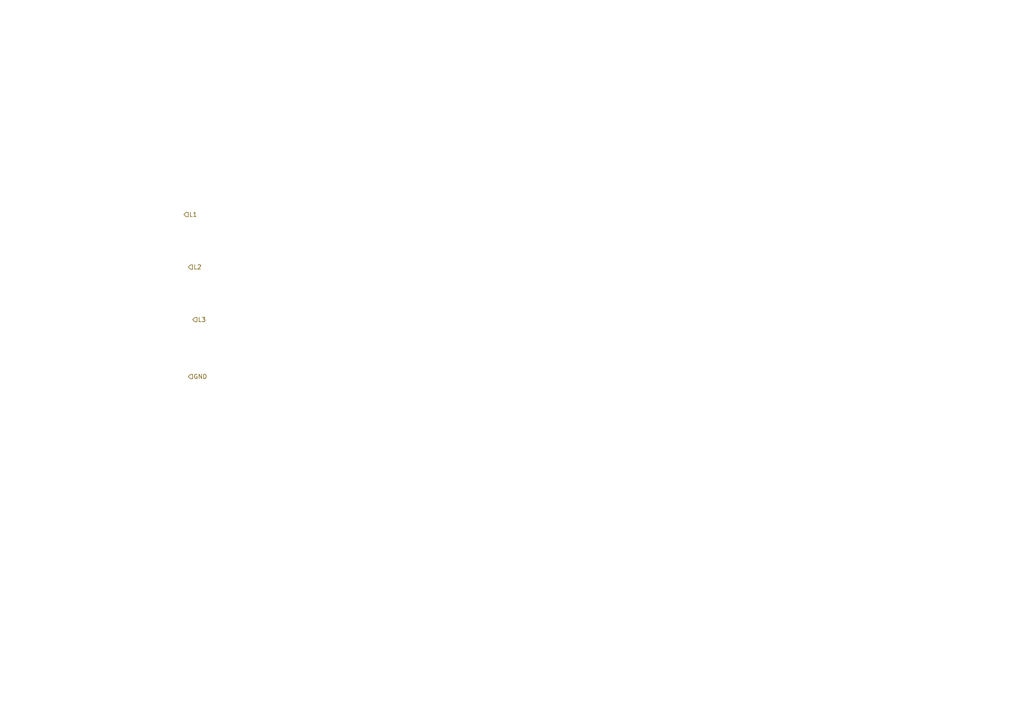
<source format=kicad_sch>
(kicad_sch
	(version 20250114)
	(generator "eeschema")
	(generator_version "9.0")
	(uuid "81dc9073-325e-4a8f-abd7-e583fa0f12a6")
	(paper "A4")
	(lib_symbols)
	(hierarchical_label "GND"
		(shape input)
		(at 54.61 109.22 0)
		(effects
			(font
				(size 1.27 1.27)
			)
			(justify left)
		)
		(uuid "316bf7aa-b227-4544-9e83-cb353dcbdcfe")
	)
	(hierarchical_label "L3"
		(shape input)
		(at 55.88 92.71 0)
		(effects
			(font
				(size 1.27 1.27)
			)
			(justify left)
		)
		(uuid "5de7c11f-1084-432e-be98-cf442e42f647")
	)
	(hierarchical_label "L2"
		(shape input)
		(at 54.61 77.47 0)
		(effects
			(font
				(size 1.27 1.27)
			)
			(justify left)
		)
		(uuid "8571b062-2970-4a48-b039-812fdece6c9d")
	)
	(hierarchical_label "L1"
		(shape input)
		(at 53.34 62.23 0)
		(effects
			(font
				(size 1.27 1.27)
			)
			(justify left)
		)
		(uuid "a72776be-cb3b-434a-a8ac-4dc066bf3b4d")
	)
)

</source>
